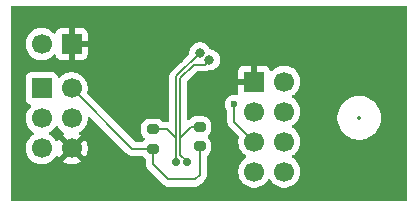
<source format=gbl>
%TF.GenerationSoftware,KiCad,Pcbnew,9.0.5*%
%TF.CreationDate,2025-11-26T16:17:29+01:00*%
%TF.ProjectId,Stacja_pogody_SD,53746163-6a61-45f7-906f-676f64795f53,rev?*%
%TF.SameCoordinates,Original*%
%TF.FileFunction,Copper,L2,Bot*%
%TF.FilePolarity,Positive*%
%FSLAX46Y46*%
G04 Gerber Fmt 4.6, Leading zero omitted, Abs format (unit mm)*
G04 Created by KiCad (PCBNEW 9.0.5) date 2025-11-26 16:17:29*
%MOMM*%
%LPD*%
G01*
G04 APERTURE LIST*
G04 Aperture macros list*
%AMRoundRect*
0 Rectangle with rounded corners*
0 $1 Rounding radius*
0 $2 $3 $4 $5 $6 $7 $8 $9 X,Y pos of 4 corners*
0 Add a 4 corners polygon primitive as box body*
4,1,4,$2,$3,$4,$5,$6,$7,$8,$9,$2,$3,0*
0 Add four circle primitives for the rounded corners*
1,1,$1+$1,$2,$3*
1,1,$1+$1,$4,$5*
1,1,$1+$1,$6,$7*
1,1,$1+$1,$8,$9*
0 Add four rect primitives between the rounded corners*
20,1,$1+$1,$2,$3,$4,$5,0*
20,1,$1+$1,$4,$5,$6,$7,0*
20,1,$1+$1,$6,$7,$8,$9,0*
20,1,$1+$1,$8,$9,$2,$3,0*%
G04 Aperture macros list end*
%TA.AperFunction,ComponentPad*%
%ADD10R,1.700000X1.700000*%
%TD*%
%TA.AperFunction,ComponentPad*%
%ADD11C,1.700000*%
%TD*%
%TA.AperFunction,SMDPad,CuDef*%
%ADD12RoundRect,0.200000X-0.275000X0.200000X-0.275000X-0.200000X0.275000X-0.200000X0.275000X0.200000X0*%
%TD*%
%TA.AperFunction,ViaPad*%
%ADD13C,0.600000*%
%TD*%
%TA.AperFunction,ViaPad*%
%ADD14C,0.700000*%
%TD*%
%TA.AperFunction,ViaPad*%
%ADD15C,0.800000*%
%TD*%
%TA.AperFunction,Conductor*%
%ADD16C,0.150000*%
%TD*%
%TA.AperFunction,Conductor*%
%ADD17C,0.200000*%
%TD*%
%ADD18C,0.300000*%
%ADD19C,0.350000*%
G04 APERTURE END LIST*
D10*
%TO.P,J1,1,Pin_1*%
%TO.N,GND*%
X119645000Y-37750000D03*
D11*
%TO.P,J1,2,Pin_2*%
%TO.N,VCC*%
X117105000Y-37750000D03*
%TD*%
D10*
%TO.P,J2,1,Pin_1*%
%TO.N,/UPDI*%
X117115000Y-41500000D03*
D11*
%TO.P,J2,2,Pin_2*%
%TO.N,VCC*%
X119655000Y-41500000D03*
%TO.P,J2,3,Pin_3*%
%TO.N,unconnected-(J2-Pin_3-Pad3)*%
X117115000Y-44040000D03*
%TO.P,J2,4,Pin_4*%
%TO.N,unconnected-(J2-Pin_4-Pad4)*%
X119655000Y-44040000D03*
%TO.P,J2,5,Pin_5*%
%TO.N,unconnected-(J2-Pin_5-Pad5)*%
X117115000Y-46580000D03*
%TO.P,J2,6,Pin_6*%
%TO.N,GND*%
X119655000Y-46580000D03*
%TD*%
D10*
%TO.P,U1,1,GND*%
%TO.N,GND*%
X135100000Y-40940000D03*
D11*
%TO.P,U1,2,VCC*%
%TO.N,VCC*%
X137640000Y-40940000D03*
%TO.P,U1,3,CE*%
%TO.N,/NRF_CE*%
X135100000Y-43480000D03*
%TO.P,U1,4,~{CSN}*%
%TO.N,/NRF_CSN*%
X137640000Y-43480000D03*
%TO.P,U1,5,SCK*%
%TO.N,/NRF_SCK*%
X135100000Y-46020000D03*
%TO.P,U1,6,MOSI*%
%TO.N,/NRF_MOSI*%
X137640000Y-46020000D03*
%TO.P,U1,7,MISO*%
%TO.N,/NRF_MISO*%
X135100000Y-48560000D03*
%TO.P,U1,8,IRQ*%
%TO.N,unconnected-(U1-IRQ-Pad8)*%
X137640000Y-48560000D03*
%TD*%
D12*
%TO.P,R3,1*%
%TO.N,/BME_SCL*%
X130480000Y-44775000D03*
%TO.P,R3,2*%
%TO.N,VCC*%
X130480000Y-46425000D03*
%TD*%
%TO.P,R2,1*%
%TO.N,/BME_SDA*%
X126530000Y-44970000D03*
%TO.P,R2,2*%
%TO.N,VCC*%
X126530000Y-46620000D03*
%TD*%
D13*
%TO.N,GND*%
X134280000Y-35180000D03*
X126950000Y-38710000D03*
X131110000Y-34880000D03*
X124020000Y-49110000D03*
X140810000Y-39270000D03*
X135040000Y-38160000D03*
X126420000Y-36230000D03*
X132520000Y-39750000D03*
X123830000Y-40520000D03*
X120540000Y-48750000D03*
X121740000Y-49080000D03*
X128860000Y-39080000D03*
%TO.N,/NRF_SCK*%
X133400000Y-42840000D03*
D14*
%TO.N,/BME_SDA*%
X128500000Y-47720000D03*
D15*
X130500000Y-38500000D03*
%TO.N,/BME_SCL*%
X131304726Y-39093650D03*
D14*
X129398205Y-47776848D03*
%TD*%
D16*
%TO.N,/BME_SDA*%
X127710000Y-44950000D02*
X128500000Y-45740000D01*
X128500000Y-46960000D02*
X128500000Y-45740000D01*
X127690000Y-44970000D02*
X127710000Y-44950000D01*
X126530000Y-44970000D02*
X127690000Y-44970000D01*
D17*
%TO.N,VCC*%
X126530000Y-46620000D02*
X124775000Y-46620000D01*
X130090000Y-49220000D02*
X130480000Y-48830000D01*
X124775000Y-46620000D02*
X119655000Y-41500000D01*
X127830000Y-49220000D02*
X130090000Y-49220000D01*
X126530000Y-46620000D02*
X126530000Y-47920000D01*
X130480000Y-48830000D02*
X130480000Y-46425000D01*
X126530000Y-47920000D02*
X127830000Y-49220000D01*
D16*
%TO.N,/NRF_SCK*%
X133400000Y-44320000D02*
X135100000Y-46020000D01*
X133400000Y-42840000D02*
X133400000Y-44320000D01*
%TO.N,/BME_SDA*%
X128500000Y-40500000D02*
X130500000Y-38500000D01*
X128500000Y-47720000D02*
X128500000Y-46960000D01*
X128500000Y-45740000D02*
X128500000Y-40500000D01*
%TO.N,/BME_SCL*%
X130898376Y-39500000D02*
X131304726Y-39093650D01*
X128851000Y-47121000D02*
X128851000Y-45700000D01*
X129776000Y-44775000D02*
X128851000Y-45700000D01*
X128851000Y-45700000D02*
X128851000Y-40645388D01*
X130480000Y-44775000D02*
X129776000Y-44775000D01*
X129398205Y-47776848D02*
X129398205Y-47668205D01*
X129398205Y-47668205D02*
X128851000Y-47121000D01*
X129996388Y-39500000D02*
X130898376Y-39500000D01*
X128851000Y-40645388D02*
X129996388Y-39500000D01*
%TD*%
%TA.AperFunction,Conductor*%
%TO.N,GND*%
G36*
X118456444Y-44693999D02*
G01*
X118495486Y-44739056D01*
X118499951Y-44747820D01*
X118624890Y-44919786D01*
X118775213Y-45070109D01*
X118947179Y-45195048D01*
X118947181Y-45195049D01*
X118947184Y-45195051D01*
X118956493Y-45199794D01*
X119007290Y-45247766D01*
X119024087Y-45315587D01*
X119001552Y-45381722D01*
X118956505Y-45420760D01*
X118947446Y-45425376D01*
X118947440Y-45425380D01*
X118893282Y-45464727D01*
X118893282Y-45464728D01*
X119525591Y-46097037D01*
X119462007Y-46114075D01*
X119347993Y-46179901D01*
X119254901Y-46272993D01*
X119189075Y-46387007D01*
X119172037Y-46450591D01*
X118539728Y-45818282D01*
X118539727Y-45818282D01*
X118500380Y-45872440D01*
X118500376Y-45872446D01*
X118495760Y-45881505D01*
X118447781Y-45932297D01*
X118379959Y-45949087D01*
X118313826Y-45926543D01*
X118274794Y-45881493D01*
X118270051Y-45872184D01*
X118270049Y-45872181D01*
X118270048Y-45872179D01*
X118145109Y-45700213D01*
X117994786Y-45549890D01*
X117822820Y-45424951D01*
X117814600Y-45420763D01*
X117814054Y-45420485D01*
X117763259Y-45372512D01*
X117746463Y-45304692D01*
X117768999Y-45238556D01*
X117814054Y-45199515D01*
X117822816Y-45195051D01*
X117898295Y-45140213D01*
X117994786Y-45070109D01*
X117994788Y-45070106D01*
X117994792Y-45070104D01*
X118145104Y-44919792D01*
X118145106Y-44919788D01*
X118145109Y-44919786D01*
X118270048Y-44747820D01*
X118270047Y-44747820D01*
X118270051Y-44747816D01*
X118274514Y-44739054D01*
X118322488Y-44688259D01*
X118390308Y-44671463D01*
X118456444Y-44693999D01*
G37*
%TD.AperFunction*%
%TA.AperFunction,Conductor*%
G36*
X148001917Y-34520185D02*
G01*
X148047672Y-34572989D01*
X148058878Y-34624500D01*
X148058878Y-50936122D01*
X148039193Y-51003161D01*
X147986389Y-51048916D01*
X147934878Y-51060122D01*
X114624500Y-51060122D01*
X114557461Y-51040437D01*
X114511706Y-50987633D01*
X114500500Y-50936122D01*
X114500500Y-40602135D01*
X115764500Y-40602135D01*
X115764500Y-42397870D01*
X115764501Y-42397876D01*
X115770908Y-42457483D01*
X115821202Y-42592328D01*
X115821206Y-42592335D01*
X115907452Y-42707544D01*
X115907455Y-42707547D01*
X116022664Y-42793793D01*
X116022671Y-42793797D01*
X116154082Y-42842810D01*
X116210016Y-42884681D01*
X116234433Y-42950145D01*
X116219582Y-43018418D01*
X116198431Y-43046673D01*
X116084889Y-43160215D01*
X115959951Y-43332179D01*
X115863444Y-43521585D01*
X115797753Y-43723760D01*
X115764500Y-43933713D01*
X115764500Y-44146286D01*
X115795294Y-44340715D01*
X115797754Y-44356243D01*
X115858154Y-44542135D01*
X115863444Y-44558414D01*
X115959951Y-44747820D01*
X116084890Y-44919786D01*
X116235213Y-45070109D01*
X116407182Y-45195050D01*
X116415946Y-45199516D01*
X116466742Y-45247491D01*
X116483536Y-45315312D01*
X116460998Y-45381447D01*
X116415946Y-45420484D01*
X116407182Y-45424949D01*
X116235213Y-45549890D01*
X116084890Y-45700213D01*
X115959951Y-45872179D01*
X115863444Y-46061585D01*
X115797753Y-46263760D01*
X115764500Y-46473713D01*
X115764500Y-46686286D01*
X115797735Y-46896127D01*
X115797754Y-46896243D01*
X115851023Y-47060188D01*
X115863444Y-47098414D01*
X115959951Y-47287820D01*
X116084890Y-47459786D01*
X116235213Y-47610109D01*
X116407179Y-47735048D01*
X116407181Y-47735049D01*
X116407184Y-47735051D01*
X116596588Y-47831557D01*
X116798757Y-47897246D01*
X117008713Y-47930500D01*
X117008714Y-47930500D01*
X117221286Y-47930500D01*
X117221287Y-47930500D01*
X117431243Y-47897246D01*
X117633412Y-47831557D01*
X117822816Y-47735051D01*
X117877572Y-47695269D01*
X117994786Y-47610109D01*
X117994788Y-47610106D01*
X117994792Y-47610104D01*
X118145104Y-47459792D01*
X118145106Y-47459788D01*
X118145109Y-47459786D01*
X118230890Y-47341717D01*
X118270051Y-47287816D01*
X118274793Y-47278508D01*
X118322763Y-47227711D01*
X118390583Y-47210911D01*
X118456719Y-47233445D01*
X118495763Y-47278500D01*
X118500373Y-47287547D01*
X118539728Y-47341716D01*
X119172037Y-46709408D01*
X119189075Y-46772993D01*
X119254901Y-46887007D01*
X119347993Y-46980099D01*
X119462007Y-47045925D01*
X119525590Y-47062962D01*
X118893282Y-47695269D01*
X118893282Y-47695270D01*
X118947449Y-47734624D01*
X119136782Y-47831095D01*
X119338870Y-47896757D01*
X119548754Y-47930000D01*
X119761246Y-47930000D01*
X119971127Y-47896757D01*
X119971130Y-47896757D01*
X120173217Y-47831095D01*
X120362554Y-47734622D01*
X120416716Y-47695270D01*
X120416717Y-47695270D01*
X119784408Y-47062962D01*
X119847993Y-47045925D01*
X119962007Y-46980099D01*
X120055099Y-46887007D01*
X120120925Y-46772993D01*
X120137962Y-46709408D01*
X120770270Y-47341717D01*
X120770270Y-47341716D01*
X120809622Y-47287554D01*
X120906095Y-47098217D01*
X120971757Y-46896130D01*
X120971757Y-46896127D01*
X121005000Y-46686246D01*
X121005000Y-46473753D01*
X120971757Y-46263872D01*
X120971757Y-46263869D01*
X120906095Y-46061782D01*
X120809624Y-45872449D01*
X120770270Y-45818282D01*
X120770269Y-45818282D01*
X120137962Y-46450590D01*
X120120925Y-46387007D01*
X120055099Y-46272993D01*
X119962007Y-46179901D01*
X119847993Y-46114075D01*
X119784409Y-46097037D01*
X120416716Y-45464728D01*
X120362547Y-45425373D01*
X120362547Y-45425372D01*
X120353500Y-45420763D01*
X120302706Y-45372788D01*
X120285912Y-45304966D01*
X120308451Y-45238832D01*
X120353508Y-45199793D01*
X120362816Y-45195051D01*
X120490621Y-45102196D01*
X120534786Y-45070109D01*
X120534788Y-45070106D01*
X120534792Y-45070104D01*
X120685104Y-44919792D01*
X120685106Y-44919788D01*
X120685109Y-44919786D01*
X120810048Y-44747820D01*
X120810047Y-44747820D01*
X120810051Y-44747816D01*
X120906557Y-44558412D01*
X120972246Y-44356243D01*
X121005500Y-44146287D01*
X121005500Y-43999097D01*
X121025185Y-43932058D01*
X121077989Y-43886303D01*
X121147147Y-43876359D01*
X121210703Y-43905384D01*
X121217181Y-43911416D01*
X124290139Y-46984374D01*
X124290149Y-46984385D01*
X124294479Y-46988715D01*
X124294480Y-46988716D01*
X124406284Y-47100520D01*
X124406286Y-47100521D01*
X124406290Y-47100524D01*
X124455665Y-47129030D01*
X124543216Y-47179577D01*
X124654890Y-47209500D01*
X124654889Y-47209500D01*
X124669914Y-47213525D01*
X124695942Y-47220500D01*
X124695943Y-47220500D01*
X125613480Y-47220500D01*
X125680519Y-47240185D01*
X125701161Y-47256819D01*
X125819811Y-47375469D01*
X125819813Y-47375470D01*
X125819815Y-47375472D01*
X125869650Y-47405598D01*
X125916838Y-47457126D01*
X125929500Y-47511715D01*
X125929500Y-47833330D01*
X125929499Y-47833348D01*
X125929499Y-47999054D01*
X125929498Y-47999054D01*
X125970423Y-48151785D01*
X125993361Y-48191513D01*
X125993362Y-48191517D01*
X125993363Y-48191517D01*
X126049479Y-48288714D01*
X126049481Y-48288717D01*
X126168349Y-48407585D01*
X126168354Y-48407589D01*
X127461284Y-49700520D01*
X127461286Y-49700521D01*
X127461290Y-49700524D01*
X127598209Y-49779573D01*
X127598216Y-49779577D01*
X127750943Y-49820501D01*
X127750945Y-49820501D01*
X127916654Y-49820501D01*
X127916670Y-49820500D01*
X130003331Y-49820500D01*
X130003347Y-49820501D01*
X130010943Y-49820501D01*
X130169054Y-49820501D01*
X130169057Y-49820501D01*
X130321785Y-49779577D01*
X130371904Y-49750639D01*
X130458716Y-49700520D01*
X130570520Y-49588716D01*
X130570520Y-49588714D01*
X130580728Y-49578507D01*
X130580730Y-49578504D01*
X130838506Y-49320728D01*
X130838511Y-49320724D01*
X130848714Y-49310520D01*
X130848716Y-49310520D01*
X130960520Y-49198716D01*
X131029976Y-49078414D01*
X131029977Y-49078413D01*
X131039576Y-49061787D01*
X131039576Y-49061786D01*
X131039577Y-49061785D01*
X131080500Y-48909058D01*
X131080500Y-48750943D01*
X131080500Y-47316715D01*
X131100185Y-47249676D01*
X131140349Y-47210598D01*
X131190185Y-47180472D01*
X131310472Y-47060185D01*
X131398478Y-46914606D01*
X131449086Y-46752196D01*
X131455500Y-46681616D01*
X131455500Y-46168384D01*
X131449086Y-46097804D01*
X131398478Y-45935394D01*
X131310472Y-45789815D01*
X131310470Y-45789813D01*
X131310469Y-45789811D01*
X131208339Y-45687681D01*
X131174854Y-45626358D01*
X131179838Y-45556666D01*
X131208339Y-45512319D01*
X131310468Y-45410189D01*
X131310469Y-45410188D01*
X131310472Y-45410185D01*
X131398478Y-45264606D01*
X131449086Y-45102196D01*
X131455500Y-45031616D01*
X131455500Y-44518384D01*
X131449086Y-44447804D01*
X131398478Y-44285394D01*
X131310472Y-44139815D01*
X131310470Y-44139813D01*
X131310469Y-44139811D01*
X131190188Y-44019530D01*
X131044606Y-43931522D01*
X130980082Y-43911416D01*
X130882196Y-43880914D01*
X130882194Y-43880913D01*
X130882192Y-43880913D01*
X130832778Y-43876423D01*
X130811616Y-43874500D01*
X130148384Y-43874500D01*
X130129145Y-43876248D01*
X130077807Y-43880913D01*
X129915393Y-43931522D01*
X129769811Y-44019530D01*
X129649527Y-44139814D01*
X129648109Y-44141625D01*
X129646734Y-44142607D01*
X129644224Y-44145118D01*
X129643806Y-44144700D01*
X129591269Y-44182256D01*
X129521484Y-44185707D01*
X129460912Y-44150882D01*
X129428784Y-44088838D01*
X129426500Y-44065150D01*
X129426500Y-42761153D01*
X132599500Y-42761153D01*
X132599500Y-42918846D01*
X132630261Y-43073489D01*
X132630264Y-43073501D01*
X132690602Y-43219172D01*
X132690609Y-43219185D01*
X132778210Y-43350288D01*
X132778212Y-43350291D01*
X132788178Y-43360256D01*
X132821665Y-43421578D01*
X132824500Y-43447940D01*
X132824500Y-44395765D01*
X132863719Y-44542136D01*
X132894876Y-44596100D01*
X132939485Y-44673365D01*
X132939487Y-44673367D01*
X133774911Y-45508791D01*
X133808396Y-45570114D01*
X133805162Y-45634788D01*
X133782753Y-45703757D01*
X133755650Y-45874884D01*
X133749500Y-45913713D01*
X133749500Y-46126287D01*
X133782754Y-46336243D01*
X133799248Y-46387007D01*
X133848444Y-46538414D01*
X133944951Y-46727820D01*
X134069890Y-46899786D01*
X134220213Y-47050109D01*
X134392182Y-47175050D01*
X134400946Y-47179516D01*
X134451742Y-47227491D01*
X134468536Y-47295312D01*
X134445998Y-47361447D01*
X134400946Y-47400484D01*
X134392182Y-47404949D01*
X134220213Y-47529890D01*
X134069890Y-47680213D01*
X133944951Y-47852179D01*
X133848444Y-48041585D01*
X133782753Y-48243760D01*
X133775633Y-48288714D01*
X133749500Y-48453713D01*
X133749500Y-48666287D01*
X133782754Y-48876243D01*
X133843041Y-49061787D01*
X133848444Y-49078414D01*
X133944951Y-49267820D01*
X134069890Y-49439786D01*
X134220213Y-49590109D01*
X134392179Y-49715048D01*
X134392181Y-49715049D01*
X134392184Y-49715051D01*
X134581588Y-49811557D01*
X134783757Y-49877246D01*
X134993713Y-49910500D01*
X134993714Y-49910500D01*
X135206286Y-49910500D01*
X135206287Y-49910500D01*
X135416243Y-49877246D01*
X135618412Y-49811557D01*
X135807816Y-49715051D01*
X135829789Y-49699086D01*
X135979786Y-49590109D01*
X135979788Y-49590106D01*
X135979792Y-49590104D01*
X136130104Y-49439792D01*
X136130106Y-49439788D01*
X136130109Y-49439786D01*
X136255048Y-49267820D01*
X136255047Y-49267820D01*
X136255051Y-49267816D01*
X136259514Y-49259054D01*
X136307488Y-49208259D01*
X136375308Y-49191463D01*
X136441444Y-49213999D01*
X136480486Y-49259056D01*
X136484951Y-49267820D01*
X136609890Y-49439786D01*
X136760213Y-49590109D01*
X136932179Y-49715048D01*
X136932181Y-49715049D01*
X136932184Y-49715051D01*
X137121588Y-49811557D01*
X137323757Y-49877246D01*
X137533713Y-49910500D01*
X137533714Y-49910500D01*
X137746286Y-49910500D01*
X137746287Y-49910500D01*
X137956243Y-49877246D01*
X138158412Y-49811557D01*
X138347816Y-49715051D01*
X138369789Y-49699086D01*
X138519786Y-49590109D01*
X138519788Y-49590106D01*
X138519792Y-49590104D01*
X138670104Y-49439792D01*
X138670106Y-49439788D01*
X138670109Y-49439786D01*
X138795048Y-49267820D01*
X138795047Y-49267820D01*
X138795051Y-49267816D01*
X138891557Y-49078412D01*
X138957246Y-48876243D01*
X138990500Y-48666287D01*
X138990500Y-48453713D01*
X138957246Y-48243757D01*
X138891557Y-48041588D01*
X138795051Y-47852184D01*
X138795049Y-47852181D01*
X138795048Y-47852179D01*
X138670109Y-47680213D01*
X138519786Y-47529890D01*
X138347820Y-47404951D01*
X138347115Y-47404591D01*
X138339054Y-47400485D01*
X138288259Y-47352512D01*
X138271463Y-47284692D01*
X138293999Y-47218556D01*
X138339054Y-47179515D01*
X138347816Y-47175051D01*
X138437894Y-47109606D01*
X138519786Y-47050109D01*
X138519788Y-47050106D01*
X138519792Y-47050104D01*
X138670104Y-46899792D01*
X138670106Y-46899788D01*
X138670109Y-46899786D01*
X138795048Y-46727820D01*
X138795047Y-46727820D01*
X138795051Y-46727816D01*
X138891557Y-46538412D01*
X138957246Y-46336243D01*
X138990500Y-46126287D01*
X138990500Y-45913713D01*
X138957246Y-45703757D01*
X138891557Y-45501588D01*
X138795051Y-45312184D01*
X138795049Y-45312181D01*
X138795048Y-45312179D01*
X138670109Y-45140213D01*
X138519786Y-44989890D01*
X138347820Y-44864951D01*
X138347115Y-44864591D01*
X138339054Y-44860485D01*
X138288259Y-44812512D01*
X138271463Y-44744692D01*
X138293999Y-44678556D01*
X138339054Y-44639515D01*
X138347816Y-44635051D01*
X138369789Y-44619086D01*
X138519786Y-44510109D01*
X138519788Y-44510106D01*
X138519792Y-44510104D01*
X138670104Y-44359792D01*
X138670106Y-44359788D01*
X138670109Y-44359786D01*
X138795048Y-44187820D01*
X138795047Y-44187820D01*
X138795051Y-44187816D01*
X138891557Y-43998412D01*
X138930450Y-43878711D01*
X142149500Y-43878711D01*
X142149500Y-44121288D01*
X142180431Y-44356243D01*
X142181162Y-44361789D01*
X142204210Y-44447804D01*
X142243947Y-44596104D01*
X142336773Y-44820205D01*
X142336776Y-44820212D01*
X142458064Y-45030289D01*
X142458066Y-45030292D01*
X142458067Y-45030293D01*
X142605733Y-45222736D01*
X142605739Y-45222743D01*
X142777256Y-45394260D01*
X142777263Y-45394266D01*
X142817803Y-45425373D01*
X142969711Y-45541936D01*
X143179788Y-45663224D01*
X143403900Y-45756054D01*
X143638211Y-45818838D01*
X143818586Y-45842584D01*
X143878711Y-45850500D01*
X143878712Y-45850500D01*
X144121289Y-45850500D01*
X144169388Y-45844167D01*
X144361789Y-45818838D01*
X144596100Y-45756054D01*
X144820212Y-45663224D01*
X145030289Y-45541936D01*
X145222738Y-45394265D01*
X145394265Y-45222738D01*
X145541936Y-45030289D01*
X145663224Y-44820212D01*
X145756054Y-44596100D01*
X145818838Y-44361789D01*
X145850500Y-44121288D01*
X145850500Y-43878712D01*
X145849945Y-43874500D01*
X145839643Y-43796243D01*
X145818838Y-43638211D01*
X145756054Y-43403900D01*
X145663224Y-43179788D01*
X145541936Y-42969711D01*
X145436069Y-42831742D01*
X145394266Y-42777263D01*
X145394260Y-42777256D01*
X145222743Y-42605739D01*
X145222736Y-42605733D01*
X145030293Y-42458067D01*
X145030292Y-42458066D01*
X145030289Y-42458064D01*
X144820212Y-42336776D01*
X144791659Y-42324949D01*
X144596104Y-42243947D01*
X144361785Y-42181161D01*
X144121289Y-42149500D01*
X144121288Y-42149500D01*
X143878712Y-42149500D01*
X143878711Y-42149500D01*
X143638214Y-42181161D01*
X143403895Y-42243947D01*
X143179794Y-42336773D01*
X143179785Y-42336777D01*
X143061648Y-42404984D01*
X142970718Y-42457483D01*
X142969706Y-42458067D01*
X142777263Y-42605733D01*
X142777256Y-42605739D01*
X142605739Y-42777256D01*
X142605733Y-42777263D01*
X142458067Y-42969706D01*
X142336777Y-43179785D01*
X142336773Y-43179794D01*
X142243947Y-43403895D01*
X142181161Y-43638214D01*
X142149500Y-43878711D01*
X138930450Y-43878711D01*
X138957246Y-43796243D01*
X138990500Y-43586287D01*
X138990500Y-43373713D01*
X138957246Y-43163757D01*
X138891557Y-42961588D01*
X138795051Y-42772184D01*
X138795049Y-42772181D01*
X138795048Y-42772179D01*
X138670109Y-42600213D01*
X138519786Y-42449890D01*
X138347820Y-42324951D01*
X138347115Y-42324591D01*
X138339054Y-42320485D01*
X138288259Y-42272512D01*
X138271463Y-42204692D01*
X138293999Y-42138556D01*
X138339054Y-42099515D01*
X138347816Y-42095051D01*
X138434471Y-42032093D01*
X138519786Y-41970109D01*
X138519788Y-41970106D01*
X138519792Y-41970104D01*
X138670104Y-41819792D01*
X138670106Y-41819788D01*
X138670109Y-41819786D01*
X138795048Y-41647820D01*
X138795047Y-41647820D01*
X138795051Y-41647816D01*
X138891557Y-41458412D01*
X138957246Y-41256243D01*
X138990500Y-41046287D01*
X138990500Y-40833713D01*
X138957246Y-40623757D01*
X138891557Y-40421588D01*
X138795051Y-40232184D01*
X138795049Y-40232181D01*
X138795048Y-40232179D01*
X138670109Y-40060213D01*
X138519786Y-39909890D01*
X138347820Y-39784951D01*
X138158414Y-39688444D01*
X138158413Y-39688443D01*
X138158412Y-39688443D01*
X137956243Y-39622754D01*
X137956241Y-39622753D01*
X137956240Y-39622753D01*
X137794957Y-39597208D01*
X137746287Y-39589500D01*
X137533713Y-39589500D01*
X137485042Y-39597208D01*
X137323760Y-39622753D01*
X137121585Y-39688444D01*
X136932179Y-39784951D01*
X136760215Y-39909889D01*
X136646285Y-40023819D01*
X136584962Y-40057303D01*
X136515270Y-40052319D01*
X136459337Y-40010447D01*
X136442422Y-39979470D01*
X136393354Y-39847913D01*
X136393350Y-39847906D01*
X136307190Y-39732812D01*
X136307187Y-39732809D01*
X136192093Y-39646649D01*
X136192086Y-39646645D01*
X136057379Y-39596403D01*
X136057372Y-39596401D01*
X135997844Y-39590000D01*
X135350000Y-39590000D01*
X135350000Y-40506988D01*
X135292993Y-40474075D01*
X135165826Y-40440000D01*
X135034174Y-40440000D01*
X134907007Y-40474075D01*
X134850000Y-40506988D01*
X134850000Y-39590000D01*
X134202155Y-39590000D01*
X134142627Y-39596401D01*
X134142620Y-39596403D01*
X134007913Y-39646645D01*
X134007906Y-39646649D01*
X133892812Y-39732809D01*
X133892809Y-39732812D01*
X133806649Y-39847906D01*
X133806645Y-39847913D01*
X133756403Y-39982620D01*
X133756401Y-39982627D01*
X133750000Y-40042155D01*
X133750000Y-40690000D01*
X134666988Y-40690000D01*
X134634075Y-40747007D01*
X134600000Y-40874174D01*
X134600000Y-41005826D01*
X134634075Y-41132993D01*
X134666988Y-41190000D01*
X133750000Y-41190000D01*
X133750000Y-41837844D01*
X133756401Y-41897372D01*
X133756404Y-41897383D01*
X133758199Y-41902196D01*
X133763183Y-41971888D01*
X133729697Y-42033211D01*
X133668373Y-42066695D01*
X133617826Y-42067145D01*
X133478845Y-42039500D01*
X133478842Y-42039500D01*
X133321158Y-42039500D01*
X133321155Y-42039500D01*
X133166510Y-42070261D01*
X133166498Y-42070264D01*
X133020827Y-42130602D01*
X133020814Y-42130609D01*
X132889711Y-42218210D01*
X132889707Y-42218213D01*
X132778213Y-42329707D01*
X132778210Y-42329711D01*
X132690609Y-42460814D01*
X132690602Y-42460827D01*
X132630264Y-42606498D01*
X132630261Y-42606510D01*
X132599500Y-42761153D01*
X129426500Y-42761153D01*
X129426500Y-40935129D01*
X129446185Y-40868090D01*
X129462819Y-40847448D01*
X130198448Y-40111819D01*
X130259771Y-40078334D01*
X130286129Y-40075500D01*
X130974140Y-40075500D01*
X130974142Y-40075500D01*
X131120511Y-40036281D01*
X131156902Y-40015269D01*
X131164709Y-40010763D01*
X131226709Y-39994150D01*
X131393419Y-39994150D01*
X131393420Y-39994149D01*
X131467218Y-39979470D01*
X131567384Y-39959546D01*
X131567387Y-39959544D01*
X131567392Y-39959544D01*
X131652504Y-39924290D01*
X131731267Y-39891666D01*
X131731270Y-39891664D01*
X131731273Y-39891663D01*
X131878761Y-39793114D01*
X132004190Y-39667685D01*
X132102739Y-39520197D01*
X132170620Y-39356316D01*
X132205226Y-39182341D01*
X132205226Y-39004959D01*
X132205226Y-39004956D01*
X132205225Y-39004954D01*
X132170622Y-38830991D01*
X132170619Y-38830982D01*
X132102742Y-38667109D01*
X132102735Y-38667096D01*
X132004190Y-38519615D01*
X132004187Y-38519611D01*
X131878764Y-38394188D01*
X131878760Y-38394185D01*
X131731279Y-38295640D01*
X131731266Y-38295633D01*
X131567393Y-38227756D01*
X131567385Y-38227754D01*
X131408483Y-38196146D01*
X131346572Y-38163761D01*
X131318114Y-38121981D01*
X131298015Y-38073457D01*
X131298014Y-38073455D01*
X131293192Y-38066239D01*
X131199464Y-37925965D01*
X131199461Y-37925961D01*
X131074038Y-37800538D01*
X131074034Y-37800535D01*
X130926553Y-37701990D01*
X130926540Y-37701983D01*
X130762667Y-37634106D01*
X130762658Y-37634103D01*
X130588694Y-37599500D01*
X130588691Y-37599500D01*
X130411309Y-37599500D01*
X130411306Y-37599500D01*
X130237341Y-37634103D01*
X130237332Y-37634106D01*
X130073459Y-37701983D01*
X130073446Y-37701990D01*
X129925965Y-37800535D01*
X129925961Y-37800538D01*
X129800538Y-37925961D01*
X129800535Y-37925965D01*
X129701990Y-38073446D01*
X129701983Y-38073459D01*
X129634106Y-38237332D01*
X129634103Y-38237341D01*
X129599500Y-38411304D01*
X129599500Y-38535258D01*
X129579815Y-38602297D01*
X129563181Y-38622939D01*
X128039487Y-40146632D01*
X128039485Y-40146635D01*
X127963719Y-40277863D01*
X127924500Y-40424234D01*
X127924500Y-44251369D01*
X127904815Y-44318408D01*
X127852011Y-44364163D01*
X127793893Y-44372876D01*
X127793893Y-44374500D01*
X127634231Y-44374500D01*
X127575358Y-44390275D01*
X127543266Y-44394500D01*
X127466489Y-44394500D01*
X127399450Y-44374815D01*
X127365762Y-44340191D01*
X127365094Y-44340715D01*
X127360468Y-44334810D01*
X127240188Y-44214530D01*
X127094606Y-44126522D01*
X126973671Y-44088838D01*
X126932196Y-44075914D01*
X126932194Y-44075913D01*
X126932192Y-44075913D01*
X126882778Y-44071423D01*
X126861616Y-44069500D01*
X126198384Y-44069500D01*
X126179145Y-44071248D01*
X126127807Y-44075913D01*
X125965393Y-44126522D01*
X125819811Y-44214530D01*
X125699530Y-44334811D01*
X125611522Y-44480393D01*
X125560913Y-44642807D01*
X125554500Y-44713386D01*
X125554500Y-45226613D01*
X125560913Y-45297192D01*
X125560913Y-45297194D01*
X125560914Y-45297196D01*
X125611522Y-45459606D01*
X125677373Y-45568537D01*
X125699530Y-45605188D01*
X125801661Y-45707319D01*
X125805999Y-45715264D01*
X125813247Y-45720690D01*
X125822481Y-45745449D01*
X125835146Y-45768642D01*
X125834500Y-45777671D01*
X125837664Y-45786154D01*
X125832047Y-45811974D01*
X125830162Y-45838334D01*
X125824343Y-45847387D01*
X125822812Y-45854427D01*
X125801661Y-45882681D01*
X125701161Y-45983181D01*
X125639838Y-46016666D01*
X125613480Y-46019500D01*
X125075097Y-46019500D01*
X125008058Y-45999815D01*
X124987416Y-45983181D01*
X120988757Y-41984522D01*
X120955272Y-41923199D01*
X120958507Y-41858523D01*
X120972246Y-41816243D01*
X121005500Y-41606287D01*
X121005500Y-41393713D01*
X120972246Y-41183757D01*
X120906557Y-40981588D01*
X120810051Y-40792184D01*
X120810049Y-40792181D01*
X120810048Y-40792179D01*
X120685109Y-40620213D01*
X120534786Y-40469890D01*
X120362820Y-40344951D01*
X120173414Y-40248444D01*
X120173413Y-40248443D01*
X120173412Y-40248443D01*
X119971243Y-40182754D01*
X119971241Y-40182753D01*
X119971240Y-40182753D01*
X119809957Y-40157208D01*
X119761287Y-40149500D01*
X119548713Y-40149500D01*
X119500042Y-40157208D01*
X119338760Y-40182753D01*
X119136585Y-40248444D01*
X118947179Y-40344951D01*
X118775215Y-40469889D01*
X118661673Y-40583431D01*
X118600350Y-40616915D01*
X118530658Y-40611931D01*
X118474725Y-40570059D01*
X118457810Y-40539082D01*
X118408797Y-40407671D01*
X118408793Y-40407664D01*
X118322547Y-40292455D01*
X118322544Y-40292452D01*
X118207335Y-40206206D01*
X118207328Y-40206202D01*
X118072482Y-40155908D01*
X118072483Y-40155908D01*
X118012883Y-40149501D01*
X118012881Y-40149500D01*
X118012873Y-40149500D01*
X118012864Y-40149500D01*
X116217129Y-40149500D01*
X116217123Y-40149501D01*
X116157516Y-40155908D01*
X116022671Y-40206202D01*
X116022664Y-40206206D01*
X115907455Y-40292452D01*
X115907452Y-40292455D01*
X115821206Y-40407664D01*
X115821202Y-40407671D01*
X115770908Y-40542517D01*
X115764501Y-40602116D01*
X115764500Y-40602135D01*
X114500500Y-40602135D01*
X114500500Y-37643713D01*
X115754500Y-37643713D01*
X115754500Y-37856287D01*
X115787754Y-38066243D01*
X115843347Y-38237341D01*
X115853444Y-38268414D01*
X115949951Y-38457820D01*
X116074890Y-38629786D01*
X116225213Y-38780109D01*
X116397179Y-38905048D01*
X116397181Y-38905049D01*
X116397184Y-38905051D01*
X116586588Y-39001557D01*
X116788757Y-39067246D01*
X116998713Y-39100500D01*
X116998714Y-39100500D01*
X117211286Y-39100500D01*
X117211287Y-39100500D01*
X117421243Y-39067246D01*
X117623412Y-39001557D01*
X117812816Y-38905051D01*
X117899478Y-38842088D01*
X117984784Y-38780110D01*
X117984784Y-38780109D01*
X117984792Y-38780104D01*
X118098717Y-38666178D01*
X118160036Y-38632696D01*
X118229728Y-38637680D01*
X118285662Y-38679551D01*
X118302577Y-38710528D01*
X118351646Y-38842088D01*
X118351649Y-38842093D01*
X118437809Y-38957187D01*
X118437812Y-38957190D01*
X118552906Y-39043350D01*
X118552913Y-39043354D01*
X118687620Y-39093596D01*
X118687627Y-39093598D01*
X118747155Y-39099999D01*
X118747172Y-39100000D01*
X119395000Y-39100000D01*
X119395000Y-38183012D01*
X119452007Y-38215925D01*
X119579174Y-38250000D01*
X119710826Y-38250000D01*
X119837993Y-38215925D01*
X119895000Y-38183012D01*
X119895000Y-39100000D01*
X120542828Y-39100000D01*
X120542844Y-39099999D01*
X120602372Y-39093598D01*
X120602379Y-39093596D01*
X120737086Y-39043354D01*
X120737093Y-39043350D01*
X120852187Y-38957190D01*
X120852190Y-38957187D01*
X120938350Y-38842093D01*
X120938354Y-38842086D01*
X120988596Y-38707379D01*
X120988598Y-38707372D01*
X120994999Y-38647844D01*
X120995000Y-38647827D01*
X120995000Y-38000000D01*
X120078012Y-38000000D01*
X120110925Y-37942993D01*
X120145000Y-37815826D01*
X120145000Y-37684174D01*
X120110925Y-37557007D01*
X120078012Y-37500000D01*
X120995000Y-37500000D01*
X120995000Y-36852172D01*
X120994999Y-36852155D01*
X120988598Y-36792627D01*
X120988596Y-36792620D01*
X120938354Y-36657913D01*
X120938350Y-36657906D01*
X120852190Y-36542812D01*
X120852187Y-36542809D01*
X120737093Y-36456649D01*
X120737086Y-36456645D01*
X120602379Y-36406403D01*
X120602372Y-36406401D01*
X120542844Y-36400000D01*
X119895000Y-36400000D01*
X119895000Y-37316988D01*
X119837993Y-37284075D01*
X119710826Y-37250000D01*
X119579174Y-37250000D01*
X119452007Y-37284075D01*
X119395000Y-37316988D01*
X119395000Y-36400000D01*
X118747155Y-36400000D01*
X118687627Y-36406401D01*
X118687620Y-36406403D01*
X118552913Y-36456645D01*
X118552906Y-36456649D01*
X118437812Y-36542809D01*
X118437809Y-36542812D01*
X118351649Y-36657906D01*
X118351646Y-36657912D01*
X118302577Y-36789471D01*
X118260705Y-36845404D01*
X118195241Y-36869821D01*
X118126968Y-36854969D01*
X118098714Y-36833818D01*
X117984786Y-36719890D01*
X117812820Y-36594951D01*
X117623414Y-36498444D01*
X117623413Y-36498443D01*
X117623412Y-36498443D01*
X117421243Y-36432754D01*
X117421241Y-36432753D01*
X117421240Y-36432753D01*
X117259957Y-36407208D01*
X117211287Y-36399500D01*
X116998713Y-36399500D01*
X116950042Y-36407208D01*
X116788760Y-36432753D01*
X116586585Y-36498444D01*
X116397179Y-36594951D01*
X116225213Y-36719890D01*
X116074890Y-36870213D01*
X115949951Y-37042179D01*
X115853444Y-37231585D01*
X115787753Y-37433760D01*
X115786291Y-37442993D01*
X115754500Y-37643713D01*
X114500500Y-37643713D01*
X114500500Y-34624500D01*
X114520185Y-34557461D01*
X114572989Y-34511706D01*
X114624500Y-34500500D01*
X147934878Y-34500500D01*
X148001917Y-34520185D01*
G37*
%TD.AperFunction*%
%TD*%
D18*
X134280000Y-35180000D03*
X126950000Y-38710000D03*
X131110000Y-34880000D03*
X124020000Y-49110000D03*
X140810000Y-39270000D03*
X135040000Y-38160000D03*
X126420000Y-36230000D03*
X132520000Y-39750000D03*
X123830000Y-40520000D03*
X120540000Y-48750000D03*
X121740000Y-49080000D03*
X128860000Y-39080000D03*
X133400000Y-42840000D03*
X128500000Y-47720000D03*
X130500000Y-38500000D03*
X131304726Y-39093650D03*
X129398205Y-47776848D03*
D19*
X119645000Y-37750000D03*
X117105000Y-37750000D03*
X117115000Y-41500000D03*
X119655000Y-41500000D03*
X117115000Y-44040000D03*
X119655000Y-44040000D03*
X117115000Y-46580000D03*
X119655000Y-46580000D03*
X144000000Y-44000000D03*
X135100000Y-40940000D03*
X137640000Y-40940000D03*
X135100000Y-43480000D03*
X137640000Y-43480000D03*
X135100000Y-46020000D03*
X137640000Y-46020000D03*
X135100000Y-48560000D03*
X137640000Y-48560000D03*
M02*

</source>
